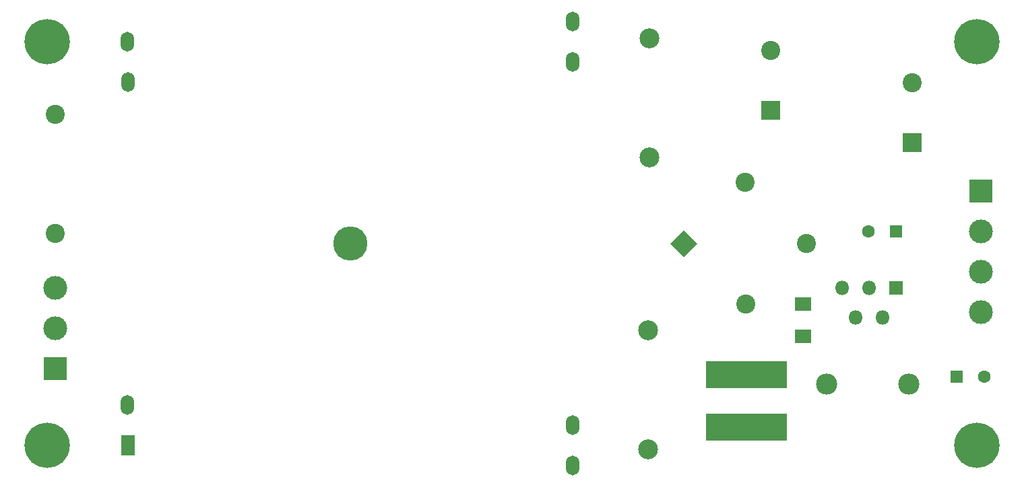
<source format=gbr>
%TF.GenerationSoftware,KiCad,Pcbnew,(5.1.9)-1*%
%TF.CreationDate,2021-06-27T18:44:15-04:00*%
%TF.ProjectId,C64PowerSupply,43363450-6f77-4657-9253-7570706c792e,A*%
%TF.SameCoordinates,Original*%
%TF.FileFunction,Soldermask,Top*%
%TF.FilePolarity,Negative*%
%FSLAX46Y46*%
G04 Gerber Fmt 4.6, Leading zero omitted, Abs format (unit mm)*
G04 Created by KiCad (PCBNEW (5.1.9)-1) date 2021-06-27 18:44:15*
%MOMM*%
%LPD*%
G01*
G04 APERTURE LIST*
%ADD10C,3.000000*%
%ADD11R,3.000000X3.000000*%
%ADD12C,2.500000*%
%ADD13C,2.667000*%
%ADD14C,5.700000*%
%ADD15C,2.400000*%
%ADD16C,0.100000*%
%ADD17R,10.200000X3.500000*%
%ADD18C,1.600000*%
%ADD19R,1.600000X1.600000*%
%ADD20R,2.159000X1.778000*%
%ADD21O,1.800000X1.800000*%
%ADD22R,1.800000X1.800000*%
%ADD23R,2.400000X2.400000*%
%ADD24C,4.300000*%
%ADD25R,1.700000X2.500000*%
%ADD26O,1.700000X2.500000*%
G04 APERTURE END LIST*
D10*
%TO.C,J2*%
X191008000Y-105156000D03*
D11*
X191008000Y-89916000D03*
D10*
X191008000Y-100076000D03*
X191008000Y-94996000D03*
%TD*%
%TO.C,J1*%
X74676000Y-102108000D03*
X74676000Y-107188000D03*
D11*
X74676000Y-112268000D03*
%TD*%
D12*
%TO.C,F2*%
X149352000Y-70725000D03*
X149352000Y-85725000D03*
%TD*%
%TO.C,F1*%
X149225000Y-107428000D03*
X149225000Y-122428000D03*
%TD*%
D13*
%TO.C,HS1*%
X171640500Y-114198400D03*
X181927500Y-114198400D03*
%TD*%
D14*
%TO.C,H4*%
X73660000Y-121920000D03*
%TD*%
%TO.C,H3*%
X190500000Y-121920000D03*
%TD*%
%TO.C,H2*%
X190500000Y-71120000D03*
%TD*%
%TO.C,H1*%
X73660000Y-71120000D03*
%TD*%
D15*
%TO.C,D1*%
X161448175Y-104156753D03*
D16*
G36*
X153670000Y-94822944D02*
G01*
X155367056Y-96520000D01*
X153670000Y-98217056D01*
X151972944Y-96520000D01*
X153670000Y-94822944D01*
G37*
D15*
X161377464Y-88812536D03*
X169084928Y-96520000D03*
%TD*%
D17*
%TO.C,L1*%
X161544000Y-119632000D03*
X161544000Y-113032000D03*
%TD*%
D18*
%TO.C,C5*%
X191460000Y-113284000D03*
D19*
X187960000Y-113284000D03*
%TD*%
D20*
%TO.C,D2*%
X168656000Y-104140000D03*
X168656000Y-108204000D03*
%TD*%
D21*
%TO.C,U1*%
X173540000Y-102108000D03*
X175240000Y-105808000D03*
X176940000Y-102108000D03*
X178640000Y-105808000D03*
D22*
X180340000Y-102108000D03*
%TD*%
D18*
%TO.C,C4*%
X176840000Y-94996000D03*
D19*
X180340000Y-94996000D03*
%TD*%
D15*
%TO.C,C3*%
X182372000Y-76320000D03*
D23*
X182372000Y-83820000D03*
%TD*%
D15*
%TO.C,C2*%
X164592000Y-72256000D03*
D23*
X164592000Y-79756000D03*
%TD*%
D15*
%TO.C,C1*%
X74676000Y-80250000D03*
X74676000Y-95250000D03*
%TD*%
D24*
%TO.C,TR1*%
X111760000Y-96520000D03*
D25*
X83820000Y-121920000D03*
D26*
X83790000Y-116840000D03*
X83790000Y-71120000D03*
X139700000Y-68580000D03*
X139700000Y-73660000D03*
X139700000Y-119380000D03*
X139730000Y-124460000D03*
X83820000Y-76200000D03*
%TD*%
M02*

</source>
